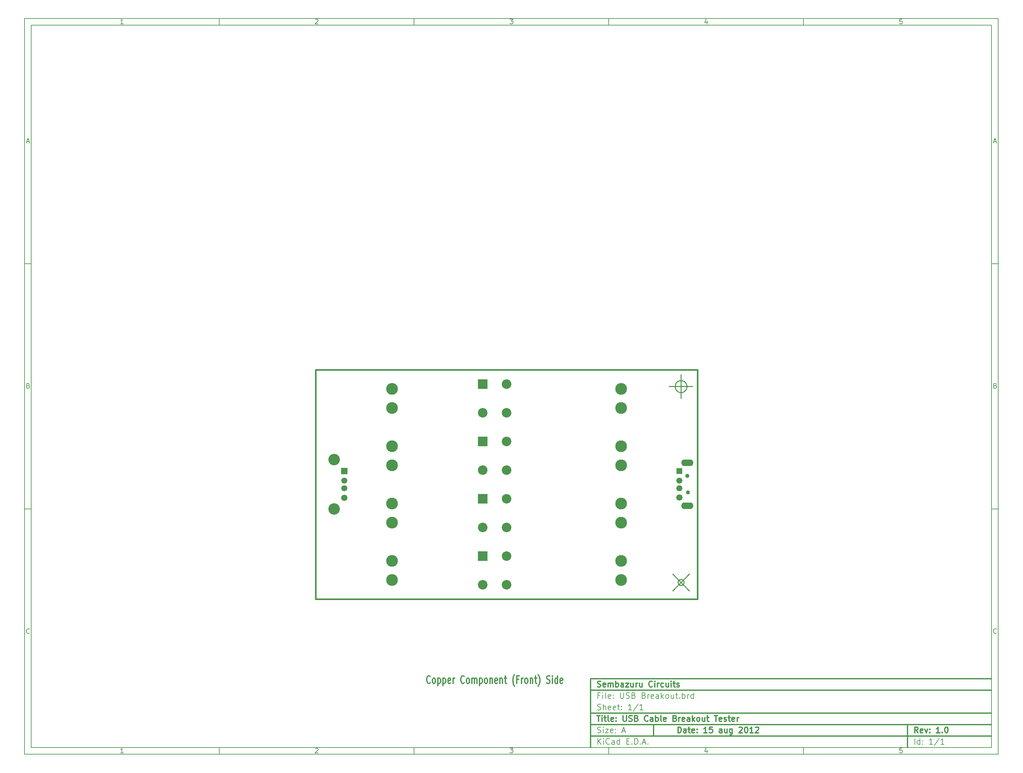
<source format=gtl>
G04 (created by PCBNEW-RS274X (2012-01-19 BZR 3256)-stable) date 15/08/2012 23:21:53*
G01*
G70*
G90*
%MOIN*%
G04 Gerber Fmt 3.4, Leading zero omitted, Abs format*
%FSLAX34Y34*%
G04 APERTURE LIST*
%ADD10C,0.006000*%
%ADD11C,0.012000*%
%ADD12C,0.010000*%
%ADD13C,0.015000*%
%ADD14R,0.100000X0.100000*%
%ADD15C,0.100000*%
%ADD16R,0.063200X0.063200*%
%ADD17O,0.066200X0.059100*%
%ADD18C,0.066200*%
%ADD19O,0.128400X0.069400*%
%ADD20C,0.043300*%
%ADD21R,0.066200X0.066200*%
%ADD22C,0.120600*%
%ADD23C,0.123000*%
G04 APERTURE END LIST*
G54D10*
X-30500Y36750D02*
X71500Y36750D01*
X71500Y-40250D01*
X-30500Y-40250D01*
X-30500Y36750D01*
X-29800Y36050D02*
X70800Y36050D01*
X70800Y-39550D01*
X-29800Y-39550D01*
X-29800Y36050D01*
X-10100Y36750D02*
X-10100Y36050D01*
X-20157Y36198D02*
X-20443Y36198D01*
X-20300Y36198D02*
X-20300Y36698D01*
X-20348Y36626D01*
X-20395Y36579D01*
X-20443Y36555D01*
X-10100Y-40250D02*
X-10100Y-39550D01*
X-20157Y-40102D02*
X-20443Y-40102D01*
X-20300Y-40102D02*
X-20300Y-39602D01*
X-20348Y-39674D01*
X-20395Y-39721D01*
X-20443Y-39745D01*
X10300Y36750D02*
X10300Y36050D01*
X-00043Y36650D02*
X-00019Y36674D01*
X00029Y36698D01*
X00148Y36698D01*
X00195Y36674D01*
X00219Y36650D01*
X00243Y36602D01*
X00243Y36555D01*
X00219Y36483D01*
X-00067Y36198D01*
X00243Y36198D01*
X10300Y-40250D02*
X10300Y-39550D01*
X-00043Y-39650D02*
X-00019Y-39626D01*
X00029Y-39602D01*
X00148Y-39602D01*
X00195Y-39626D01*
X00219Y-39650D01*
X00243Y-39698D01*
X00243Y-39745D01*
X00219Y-39817D01*
X-00067Y-40102D01*
X00243Y-40102D01*
X30700Y36750D02*
X30700Y36050D01*
X20333Y36698D02*
X20643Y36698D01*
X20476Y36507D01*
X20548Y36507D01*
X20595Y36483D01*
X20619Y36460D01*
X20643Y36412D01*
X20643Y36293D01*
X20619Y36245D01*
X20595Y36221D01*
X20548Y36198D01*
X20405Y36198D01*
X20357Y36221D01*
X20333Y36245D01*
X30700Y-40250D02*
X30700Y-39550D01*
X20333Y-39602D02*
X20643Y-39602D01*
X20476Y-39793D01*
X20548Y-39793D01*
X20595Y-39817D01*
X20619Y-39840D01*
X20643Y-39888D01*
X20643Y-40007D01*
X20619Y-40055D01*
X20595Y-40079D01*
X20548Y-40102D01*
X20405Y-40102D01*
X20357Y-40079D01*
X20333Y-40055D01*
X51100Y36750D02*
X51100Y36050D01*
X40995Y36531D02*
X40995Y36198D01*
X40876Y36721D02*
X40757Y36364D01*
X41067Y36364D01*
X51100Y-40250D02*
X51100Y-39550D01*
X40995Y-39769D02*
X40995Y-40102D01*
X40876Y-39579D02*
X40757Y-39936D01*
X41067Y-39936D01*
X61419Y36698D02*
X61181Y36698D01*
X61157Y36460D01*
X61181Y36483D01*
X61229Y36507D01*
X61348Y36507D01*
X61395Y36483D01*
X61419Y36460D01*
X61443Y36412D01*
X61443Y36293D01*
X61419Y36245D01*
X61395Y36221D01*
X61348Y36198D01*
X61229Y36198D01*
X61181Y36221D01*
X61157Y36245D01*
X61419Y-39602D02*
X61181Y-39602D01*
X61157Y-39840D01*
X61181Y-39817D01*
X61229Y-39793D01*
X61348Y-39793D01*
X61395Y-39817D01*
X61419Y-39840D01*
X61443Y-39888D01*
X61443Y-40007D01*
X61419Y-40055D01*
X61395Y-40079D01*
X61348Y-40102D01*
X61229Y-40102D01*
X61181Y-40079D01*
X61157Y-40055D01*
X-30500Y11090D02*
X-29800Y11090D01*
X-30269Y23860D02*
X-30031Y23860D01*
X-30316Y23718D02*
X-30150Y24218D01*
X-29983Y23718D01*
X71500Y11090D02*
X70800Y11090D01*
X71031Y23860D02*
X71269Y23860D01*
X70984Y23718D02*
X71150Y24218D01*
X71317Y23718D01*
X-30500Y-14570D02*
X-29800Y-14570D01*
X-30114Y-01680D02*
X-30043Y-01704D01*
X-30019Y-01728D01*
X-29995Y-01776D01*
X-29995Y-01847D01*
X-30019Y-01895D01*
X-30043Y-01919D01*
X-30090Y-01942D01*
X-30281Y-01942D01*
X-30281Y-01442D01*
X-30114Y-01442D01*
X-30067Y-01466D01*
X-30043Y-01490D01*
X-30019Y-01538D01*
X-30019Y-01585D01*
X-30043Y-01633D01*
X-30067Y-01657D01*
X-30114Y-01680D01*
X-30281Y-01680D01*
X71500Y-14570D02*
X70800Y-14570D01*
X71186Y-01680D02*
X71257Y-01704D01*
X71281Y-01728D01*
X71305Y-01776D01*
X71305Y-01847D01*
X71281Y-01895D01*
X71257Y-01919D01*
X71210Y-01942D01*
X71019Y-01942D01*
X71019Y-01442D01*
X71186Y-01442D01*
X71233Y-01466D01*
X71257Y-01490D01*
X71281Y-01538D01*
X71281Y-01585D01*
X71257Y-01633D01*
X71233Y-01657D01*
X71186Y-01680D01*
X71019Y-01680D01*
X-29995Y-27555D02*
X-30019Y-27579D01*
X-30090Y-27602D01*
X-30138Y-27602D01*
X-30210Y-27579D01*
X-30257Y-27531D01*
X-30281Y-27483D01*
X-30305Y-27388D01*
X-30305Y-27317D01*
X-30281Y-27221D01*
X-30257Y-27174D01*
X-30210Y-27126D01*
X-30138Y-27102D01*
X-30090Y-27102D01*
X-30019Y-27126D01*
X-29995Y-27150D01*
X71305Y-27555D02*
X71281Y-27579D01*
X71210Y-27602D01*
X71162Y-27602D01*
X71090Y-27579D01*
X71043Y-27531D01*
X71019Y-27483D01*
X70995Y-27388D01*
X70995Y-27317D01*
X71019Y-27221D01*
X71043Y-27174D01*
X71090Y-27126D01*
X71162Y-27102D01*
X71210Y-27102D01*
X71281Y-27126D01*
X71305Y-27150D01*
G54D11*
X37943Y-37993D02*
X37943Y-37393D01*
X38086Y-37393D01*
X38171Y-37421D01*
X38229Y-37479D01*
X38257Y-37536D01*
X38286Y-37650D01*
X38286Y-37736D01*
X38257Y-37850D01*
X38229Y-37907D01*
X38171Y-37964D01*
X38086Y-37993D01*
X37943Y-37993D01*
X38800Y-37993D02*
X38800Y-37679D01*
X38771Y-37621D01*
X38714Y-37593D01*
X38600Y-37593D01*
X38543Y-37621D01*
X38800Y-37964D02*
X38743Y-37993D01*
X38600Y-37993D01*
X38543Y-37964D01*
X38514Y-37907D01*
X38514Y-37850D01*
X38543Y-37793D01*
X38600Y-37764D01*
X38743Y-37764D01*
X38800Y-37736D01*
X39000Y-37593D02*
X39229Y-37593D01*
X39086Y-37393D02*
X39086Y-37907D01*
X39114Y-37964D01*
X39172Y-37993D01*
X39229Y-37993D01*
X39657Y-37964D02*
X39600Y-37993D01*
X39486Y-37993D01*
X39429Y-37964D01*
X39400Y-37907D01*
X39400Y-37679D01*
X39429Y-37621D01*
X39486Y-37593D01*
X39600Y-37593D01*
X39657Y-37621D01*
X39686Y-37679D01*
X39686Y-37736D01*
X39400Y-37793D01*
X39943Y-37936D02*
X39971Y-37964D01*
X39943Y-37993D01*
X39914Y-37964D01*
X39943Y-37936D01*
X39943Y-37993D01*
X39943Y-37621D02*
X39971Y-37650D01*
X39943Y-37679D01*
X39914Y-37650D01*
X39943Y-37621D01*
X39943Y-37679D01*
X41000Y-37993D02*
X40657Y-37993D01*
X40829Y-37993D02*
X40829Y-37393D01*
X40772Y-37479D01*
X40714Y-37536D01*
X40657Y-37564D01*
X41543Y-37393D02*
X41257Y-37393D01*
X41228Y-37679D01*
X41257Y-37650D01*
X41314Y-37621D01*
X41457Y-37621D01*
X41514Y-37650D01*
X41543Y-37679D01*
X41571Y-37736D01*
X41571Y-37879D01*
X41543Y-37936D01*
X41514Y-37964D01*
X41457Y-37993D01*
X41314Y-37993D01*
X41257Y-37964D01*
X41228Y-37936D01*
X42542Y-37993D02*
X42542Y-37679D01*
X42513Y-37621D01*
X42456Y-37593D01*
X42342Y-37593D01*
X42285Y-37621D01*
X42542Y-37964D02*
X42485Y-37993D01*
X42342Y-37993D01*
X42285Y-37964D01*
X42256Y-37907D01*
X42256Y-37850D01*
X42285Y-37793D01*
X42342Y-37764D01*
X42485Y-37764D01*
X42542Y-37736D01*
X43085Y-37593D02*
X43085Y-37993D01*
X42828Y-37593D02*
X42828Y-37907D01*
X42856Y-37964D01*
X42914Y-37993D01*
X42999Y-37993D01*
X43056Y-37964D01*
X43085Y-37936D01*
X43628Y-37593D02*
X43628Y-38079D01*
X43599Y-38136D01*
X43571Y-38164D01*
X43514Y-38193D01*
X43428Y-38193D01*
X43371Y-38164D01*
X43628Y-37964D02*
X43571Y-37993D01*
X43457Y-37993D01*
X43399Y-37964D01*
X43371Y-37936D01*
X43342Y-37879D01*
X43342Y-37707D01*
X43371Y-37650D01*
X43399Y-37621D01*
X43457Y-37593D01*
X43571Y-37593D01*
X43628Y-37621D01*
X44342Y-37450D02*
X44371Y-37421D01*
X44428Y-37393D01*
X44571Y-37393D01*
X44628Y-37421D01*
X44657Y-37450D01*
X44685Y-37507D01*
X44685Y-37564D01*
X44657Y-37650D01*
X44314Y-37993D01*
X44685Y-37993D01*
X45056Y-37393D02*
X45113Y-37393D01*
X45170Y-37421D01*
X45199Y-37450D01*
X45228Y-37507D01*
X45256Y-37621D01*
X45256Y-37764D01*
X45228Y-37879D01*
X45199Y-37936D01*
X45170Y-37964D01*
X45113Y-37993D01*
X45056Y-37993D01*
X44999Y-37964D01*
X44970Y-37936D01*
X44942Y-37879D01*
X44913Y-37764D01*
X44913Y-37621D01*
X44942Y-37507D01*
X44970Y-37450D01*
X44999Y-37421D01*
X45056Y-37393D01*
X45827Y-37993D02*
X45484Y-37993D01*
X45656Y-37993D02*
X45656Y-37393D01*
X45599Y-37479D01*
X45541Y-37536D01*
X45484Y-37564D01*
X46055Y-37450D02*
X46084Y-37421D01*
X46141Y-37393D01*
X46284Y-37393D01*
X46341Y-37421D01*
X46370Y-37450D01*
X46398Y-37507D01*
X46398Y-37564D01*
X46370Y-37650D01*
X46027Y-37993D01*
X46398Y-37993D01*
G54D10*
X29543Y-39193D02*
X29543Y-38593D01*
X29886Y-39193D02*
X29629Y-38850D01*
X29886Y-38593D02*
X29543Y-38936D01*
X30143Y-39193D02*
X30143Y-38793D01*
X30143Y-38593D02*
X30114Y-38621D01*
X30143Y-38650D01*
X30171Y-38621D01*
X30143Y-38593D01*
X30143Y-38650D01*
X30772Y-39136D02*
X30743Y-39164D01*
X30657Y-39193D01*
X30600Y-39193D01*
X30515Y-39164D01*
X30457Y-39107D01*
X30429Y-39050D01*
X30400Y-38936D01*
X30400Y-38850D01*
X30429Y-38736D01*
X30457Y-38679D01*
X30515Y-38621D01*
X30600Y-38593D01*
X30657Y-38593D01*
X30743Y-38621D01*
X30772Y-38650D01*
X31286Y-39193D02*
X31286Y-38879D01*
X31257Y-38821D01*
X31200Y-38793D01*
X31086Y-38793D01*
X31029Y-38821D01*
X31286Y-39164D02*
X31229Y-39193D01*
X31086Y-39193D01*
X31029Y-39164D01*
X31000Y-39107D01*
X31000Y-39050D01*
X31029Y-38993D01*
X31086Y-38964D01*
X31229Y-38964D01*
X31286Y-38936D01*
X31829Y-39193D02*
X31829Y-38593D01*
X31829Y-39164D02*
X31772Y-39193D01*
X31658Y-39193D01*
X31600Y-39164D01*
X31572Y-39136D01*
X31543Y-39079D01*
X31543Y-38907D01*
X31572Y-38850D01*
X31600Y-38821D01*
X31658Y-38793D01*
X31772Y-38793D01*
X31829Y-38821D01*
X32572Y-38879D02*
X32772Y-38879D01*
X32858Y-39193D02*
X32572Y-39193D01*
X32572Y-38593D01*
X32858Y-38593D01*
X33115Y-39136D02*
X33143Y-39164D01*
X33115Y-39193D01*
X33086Y-39164D01*
X33115Y-39136D01*
X33115Y-39193D01*
X33401Y-39193D02*
X33401Y-38593D01*
X33544Y-38593D01*
X33629Y-38621D01*
X33687Y-38679D01*
X33715Y-38736D01*
X33744Y-38850D01*
X33744Y-38936D01*
X33715Y-39050D01*
X33687Y-39107D01*
X33629Y-39164D01*
X33544Y-39193D01*
X33401Y-39193D01*
X34001Y-39136D02*
X34029Y-39164D01*
X34001Y-39193D01*
X33972Y-39164D01*
X34001Y-39136D01*
X34001Y-39193D01*
X34258Y-39021D02*
X34544Y-39021D01*
X34201Y-39193D02*
X34401Y-38593D01*
X34601Y-39193D01*
X34801Y-39136D02*
X34829Y-39164D01*
X34801Y-39193D01*
X34772Y-39164D01*
X34801Y-39136D01*
X34801Y-39193D01*
G54D11*
X63086Y-37993D02*
X62886Y-37707D01*
X62743Y-37993D02*
X62743Y-37393D01*
X62971Y-37393D01*
X63029Y-37421D01*
X63057Y-37450D01*
X63086Y-37507D01*
X63086Y-37593D01*
X63057Y-37650D01*
X63029Y-37679D01*
X62971Y-37707D01*
X62743Y-37707D01*
X63571Y-37964D02*
X63514Y-37993D01*
X63400Y-37993D01*
X63343Y-37964D01*
X63314Y-37907D01*
X63314Y-37679D01*
X63343Y-37621D01*
X63400Y-37593D01*
X63514Y-37593D01*
X63571Y-37621D01*
X63600Y-37679D01*
X63600Y-37736D01*
X63314Y-37793D01*
X63800Y-37593D02*
X63943Y-37993D01*
X64085Y-37593D01*
X64314Y-37936D02*
X64342Y-37964D01*
X64314Y-37993D01*
X64285Y-37964D01*
X64314Y-37936D01*
X64314Y-37993D01*
X64314Y-37621D02*
X64342Y-37650D01*
X64314Y-37679D01*
X64285Y-37650D01*
X64314Y-37621D01*
X64314Y-37679D01*
X65371Y-37993D02*
X65028Y-37993D01*
X65200Y-37993D02*
X65200Y-37393D01*
X65143Y-37479D01*
X65085Y-37536D01*
X65028Y-37564D01*
X65628Y-37936D02*
X65656Y-37964D01*
X65628Y-37993D01*
X65599Y-37964D01*
X65628Y-37936D01*
X65628Y-37993D01*
X66028Y-37393D02*
X66085Y-37393D01*
X66142Y-37421D01*
X66171Y-37450D01*
X66200Y-37507D01*
X66228Y-37621D01*
X66228Y-37764D01*
X66200Y-37879D01*
X66171Y-37936D01*
X66142Y-37964D01*
X66085Y-37993D01*
X66028Y-37993D01*
X65971Y-37964D01*
X65942Y-37936D01*
X65914Y-37879D01*
X65885Y-37764D01*
X65885Y-37621D01*
X65914Y-37507D01*
X65942Y-37450D01*
X65971Y-37421D01*
X66028Y-37393D01*
G54D10*
X29514Y-37964D02*
X29600Y-37993D01*
X29743Y-37993D01*
X29800Y-37964D01*
X29829Y-37936D01*
X29857Y-37879D01*
X29857Y-37821D01*
X29829Y-37764D01*
X29800Y-37736D01*
X29743Y-37707D01*
X29629Y-37679D01*
X29571Y-37650D01*
X29543Y-37621D01*
X29514Y-37564D01*
X29514Y-37507D01*
X29543Y-37450D01*
X29571Y-37421D01*
X29629Y-37393D01*
X29771Y-37393D01*
X29857Y-37421D01*
X30114Y-37993D02*
X30114Y-37593D01*
X30114Y-37393D02*
X30085Y-37421D01*
X30114Y-37450D01*
X30142Y-37421D01*
X30114Y-37393D01*
X30114Y-37450D01*
X30343Y-37593D02*
X30657Y-37593D01*
X30343Y-37993D01*
X30657Y-37993D01*
X31114Y-37964D02*
X31057Y-37993D01*
X30943Y-37993D01*
X30886Y-37964D01*
X30857Y-37907D01*
X30857Y-37679D01*
X30886Y-37621D01*
X30943Y-37593D01*
X31057Y-37593D01*
X31114Y-37621D01*
X31143Y-37679D01*
X31143Y-37736D01*
X30857Y-37793D01*
X31400Y-37936D02*
X31428Y-37964D01*
X31400Y-37993D01*
X31371Y-37964D01*
X31400Y-37936D01*
X31400Y-37993D01*
X31400Y-37621D02*
X31428Y-37650D01*
X31400Y-37679D01*
X31371Y-37650D01*
X31400Y-37621D01*
X31400Y-37679D01*
X32114Y-37821D02*
X32400Y-37821D01*
X32057Y-37993D02*
X32257Y-37393D01*
X32457Y-37993D01*
X62743Y-39193D02*
X62743Y-38593D01*
X63286Y-39193D02*
X63286Y-38593D01*
X63286Y-39164D02*
X63229Y-39193D01*
X63115Y-39193D01*
X63057Y-39164D01*
X63029Y-39136D01*
X63000Y-39079D01*
X63000Y-38907D01*
X63029Y-38850D01*
X63057Y-38821D01*
X63115Y-38793D01*
X63229Y-38793D01*
X63286Y-38821D01*
X63572Y-39136D02*
X63600Y-39164D01*
X63572Y-39193D01*
X63543Y-39164D01*
X63572Y-39136D01*
X63572Y-39193D01*
X63572Y-38821D02*
X63600Y-38850D01*
X63572Y-38879D01*
X63543Y-38850D01*
X63572Y-38821D01*
X63572Y-38879D01*
X64629Y-39193D02*
X64286Y-39193D01*
X64458Y-39193D02*
X64458Y-38593D01*
X64401Y-38679D01*
X64343Y-38736D01*
X64286Y-38764D01*
X65314Y-38564D02*
X64800Y-39336D01*
X65829Y-39193D02*
X65486Y-39193D01*
X65658Y-39193D02*
X65658Y-38593D01*
X65601Y-38679D01*
X65543Y-38736D01*
X65486Y-38764D01*
G54D11*
X29457Y-36193D02*
X29800Y-36193D01*
X29629Y-36793D02*
X29629Y-36193D01*
X30000Y-36793D02*
X30000Y-36393D01*
X30000Y-36193D02*
X29971Y-36221D01*
X30000Y-36250D01*
X30028Y-36221D01*
X30000Y-36193D01*
X30000Y-36250D01*
X30200Y-36393D02*
X30429Y-36393D01*
X30286Y-36193D02*
X30286Y-36707D01*
X30314Y-36764D01*
X30372Y-36793D01*
X30429Y-36793D01*
X30715Y-36793D02*
X30657Y-36764D01*
X30629Y-36707D01*
X30629Y-36193D01*
X31171Y-36764D02*
X31114Y-36793D01*
X31000Y-36793D01*
X30943Y-36764D01*
X30914Y-36707D01*
X30914Y-36479D01*
X30943Y-36421D01*
X31000Y-36393D01*
X31114Y-36393D01*
X31171Y-36421D01*
X31200Y-36479D01*
X31200Y-36536D01*
X30914Y-36593D01*
X31457Y-36736D02*
X31485Y-36764D01*
X31457Y-36793D01*
X31428Y-36764D01*
X31457Y-36736D01*
X31457Y-36793D01*
X31457Y-36421D02*
X31485Y-36450D01*
X31457Y-36479D01*
X31428Y-36450D01*
X31457Y-36421D01*
X31457Y-36479D01*
X32200Y-36193D02*
X32200Y-36679D01*
X32228Y-36736D01*
X32257Y-36764D01*
X32314Y-36793D01*
X32428Y-36793D01*
X32486Y-36764D01*
X32514Y-36736D01*
X32543Y-36679D01*
X32543Y-36193D01*
X32800Y-36764D02*
X32886Y-36793D01*
X33029Y-36793D01*
X33086Y-36764D01*
X33115Y-36736D01*
X33143Y-36679D01*
X33143Y-36621D01*
X33115Y-36564D01*
X33086Y-36536D01*
X33029Y-36507D01*
X32915Y-36479D01*
X32857Y-36450D01*
X32829Y-36421D01*
X32800Y-36364D01*
X32800Y-36307D01*
X32829Y-36250D01*
X32857Y-36221D01*
X32915Y-36193D01*
X33057Y-36193D01*
X33143Y-36221D01*
X33600Y-36479D02*
X33686Y-36507D01*
X33714Y-36536D01*
X33743Y-36593D01*
X33743Y-36679D01*
X33714Y-36736D01*
X33686Y-36764D01*
X33628Y-36793D01*
X33400Y-36793D01*
X33400Y-36193D01*
X33600Y-36193D01*
X33657Y-36221D01*
X33686Y-36250D01*
X33714Y-36307D01*
X33714Y-36364D01*
X33686Y-36421D01*
X33657Y-36450D01*
X33600Y-36479D01*
X33400Y-36479D01*
X34800Y-36736D02*
X34771Y-36764D01*
X34685Y-36793D01*
X34628Y-36793D01*
X34543Y-36764D01*
X34485Y-36707D01*
X34457Y-36650D01*
X34428Y-36536D01*
X34428Y-36450D01*
X34457Y-36336D01*
X34485Y-36279D01*
X34543Y-36221D01*
X34628Y-36193D01*
X34685Y-36193D01*
X34771Y-36221D01*
X34800Y-36250D01*
X35314Y-36793D02*
X35314Y-36479D01*
X35285Y-36421D01*
X35228Y-36393D01*
X35114Y-36393D01*
X35057Y-36421D01*
X35314Y-36764D02*
X35257Y-36793D01*
X35114Y-36793D01*
X35057Y-36764D01*
X35028Y-36707D01*
X35028Y-36650D01*
X35057Y-36593D01*
X35114Y-36564D01*
X35257Y-36564D01*
X35314Y-36536D01*
X35600Y-36793D02*
X35600Y-36193D01*
X35600Y-36421D02*
X35657Y-36393D01*
X35771Y-36393D01*
X35828Y-36421D01*
X35857Y-36450D01*
X35886Y-36507D01*
X35886Y-36679D01*
X35857Y-36736D01*
X35828Y-36764D01*
X35771Y-36793D01*
X35657Y-36793D01*
X35600Y-36764D01*
X36229Y-36793D02*
X36171Y-36764D01*
X36143Y-36707D01*
X36143Y-36193D01*
X36685Y-36764D02*
X36628Y-36793D01*
X36514Y-36793D01*
X36457Y-36764D01*
X36428Y-36707D01*
X36428Y-36479D01*
X36457Y-36421D01*
X36514Y-36393D01*
X36628Y-36393D01*
X36685Y-36421D01*
X36714Y-36479D01*
X36714Y-36536D01*
X36428Y-36593D01*
X37628Y-36479D02*
X37714Y-36507D01*
X37742Y-36536D01*
X37771Y-36593D01*
X37771Y-36679D01*
X37742Y-36736D01*
X37714Y-36764D01*
X37656Y-36793D01*
X37428Y-36793D01*
X37428Y-36193D01*
X37628Y-36193D01*
X37685Y-36221D01*
X37714Y-36250D01*
X37742Y-36307D01*
X37742Y-36364D01*
X37714Y-36421D01*
X37685Y-36450D01*
X37628Y-36479D01*
X37428Y-36479D01*
X38028Y-36793D02*
X38028Y-36393D01*
X38028Y-36507D02*
X38056Y-36450D01*
X38085Y-36421D01*
X38142Y-36393D01*
X38199Y-36393D01*
X38627Y-36764D02*
X38570Y-36793D01*
X38456Y-36793D01*
X38399Y-36764D01*
X38370Y-36707D01*
X38370Y-36479D01*
X38399Y-36421D01*
X38456Y-36393D01*
X38570Y-36393D01*
X38627Y-36421D01*
X38656Y-36479D01*
X38656Y-36536D01*
X38370Y-36593D01*
X39170Y-36793D02*
X39170Y-36479D01*
X39141Y-36421D01*
X39084Y-36393D01*
X38970Y-36393D01*
X38913Y-36421D01*
X39170Y-36764D02*
X39113Y-36793D01*
X38970Y-36793D01*
X38913Y-36764D01*
X38884Y-36707D01*
X38884Y-36650D01*
X38913Y-36593D01*
X38970Y-36564D01*
X39113Y-36564D01*
X39170Y-36536D01*
X39456Y-36793D02*
X39456Y-36193D01*
X39513Y-36564D02*
X39684Y-36793D01*
X39684Y-36393D02*
X39456Y-36621D01*
X40028Y-36793D02*
X39970Y-36764D01*
X39942Y-36736D01*
X39913Y-36679D01*
X39913Y-36507D01*
X39942Y-36450D01*
X39970Y-36421D01*
X40028Y-36393D01*
X40113Y-36393D01*
X40170Y-36421D01*
X40199Y-36450D01*
X40228Y-36507D01*
X40228Y-36679D01*
X40199Y-36736D01*
X40170Y-36764D01*
X40113Y-36793D01*
X40028Y-36793D01*
X40742Y-36393D02*
X40742Y-36793D01*
X40485Y-36393D02*
X40485Y-36707D01*
X40513Y-36764D01*
X40571Y-36793D01*
X40656Y-36793D01*
X40713Y-36764D01*
X40742Y-36736D01*
X40942Y-36393D02*
X41171Y-36393D01*
X41028Y-36193D02*
X41028Y-36707D01*
X41056Y-36764D01*
X41114Y-36793D01*
X41171Y-36793D01*
X41742Y-36193D02*
X42085Y-36193D01*
X41914Y-36793D02*
X41914Y-36193D01*
X42513Y-36764D02*
X42456Y-36793D01*
X42342Y-36793D01*
X42285Y-36764D01*
X42256Y-36707D01*
X42256Y-36479D01*
X42285Y-36421D01*
X42342Y-36393D01*
X42456Y-36393D01*
X42513Y-36421D01*
X42542Y-36479D01*
X42542Y-36536D01*
X42256Y-36593D01*
X42770Y-36764D02*
X42827Y-36793D01*
X42942Y-36793D01*
X42999Y-36764D01*
X43027Y-36707D01*
X43027Y-36679D01*
X42999Y-36621D01*
X42942Y-36593D01*
X42856Y-36593D01*
X42799Y-36564D01*
X42770Y-36507D01*
X42770Y-36479D01*
X42799Y-36421D01*
X42856Y-36393D01*
X42942Y-36393D01*
X42999Y-36421D01*
X43199Y-36393D02*
X43428Y-36393D01*
X43285Y-36193D02*
X43285Y-36707D01*
X43313Y-36764D01*
X43371Y-36793D01*
X43428Y-36793D01*
X43856Y-36764D02*
X43799Y-36793D01*
X43685Y-36793D01*
X43628Y-36764D01*
X43599Y-36707D01*
X43599Y-36479D01*
X43628Y-36421D01*
X43685Y-36393D01*
X43799Y-36393D01*
X43856Y-36421D01*
X43885Y-36479D01*
X43885Y-36536D01*
X43599Y-36593D01*
X44142Y-36793D02*
X44142Y-36393D01*
X44142Y-36507D02*
X44170Y-36450D01*
X44199Y-36421D01*
X44256Y-36393D01*
X44313Y-36393D01*
G54D10*
X29743Y-34079D02*
X29543Y-34079D01*
X29543Y-34393D02*
X29543Y-33793D01*
X29829Y-33793D01*
X30057Y-34393D02*
X30057Y-33993D01*
X30057Y-33793D02*
X30028Y-33821D01*
X30057Y-33850D01*
X30085Y-33821D01*
X30057Y-33793D01*
X30057Y-33850D01*
X30429Y-34393D02*
X30371Y-34364D01*
X30343Y-34307D01*
X30343Y-33793D01*
X30885Y-34364D02*
X30828Y-34393D01*
X30714Y-34393D01*
X30657Y-34364D01*
X30628Y-34307D01*
X30628Y-34079D01*
X30657Y-34021D01*
X30714Y-33993D01*
X30828Y-33993D01*
X30885Y-34021D01*
X30914Y-34079D01*
X30914Y-34136D01*
X30628Y-34193D01*
X31171Y-34336D02*
X31199Y-34364D01*
X31171Y-34393D01*
X31142Y-34364D01*
X31171Y-34336D01*
X31171Y-34393D01*
X31171Y-34021D02*
X31199Y-34050D01*
X31171Y-34079D01*
X31142Y-34050D01*
X31171Y-34021D01*
X31171Y-34079D01*
X31914Y-33793D02*
X31914Y-34279D01*
X31942Y-34336D01*
X31971Y-34364D01*
X32028Y-34393D01*
X32142Y-34393D01*
X32200Y-34364D01*
X32228Y-34336D01*
X32257Y-34279D01*
X32257Y-33793D01*
X32514Y-34364D02*
X32600Y-34393D01*
X32743Y-34393D01*
X32800Y-34364D01*
X32829Y-34336D01*
X32857Y-34279D01*
X32857Y-34221D01*
X32829Y-34164D01*
X32800Y-34136D01*
X32743Y-34107D01*
X32629Y-34079D01*
X32571Y-34050D01*
X32543Y-34021D01*
X32514Y-33964D01*
X32514Y-33907D01*
X32543Y-33850D01*
X32571Y-33821D01*
X32629Y-33793D01*
X32771Y-33793D01*
X32857Y-33821D01*
X33314Y-34079D02*
X33400Y-34107D01*
X33428Y-34136D01*
X33457Y-34193D01*
X33457Y-34279D01*
X33428Y-34336D01*
X33400Y-34364D01*
X33342Y-34393D01*
X33114Y-34393D01*
X33114Y-33793D01*
X33314Y-33793D01*
X33371Y-33821D01*
X33400Y-33850D01*
X33428Y-33907D01*
X33428Y-33964D01*
X33400Y-34021D01*
X33371Y-34050D01*
X33314Y-34079D01*
X33114Y-34079D01*
X34371Y-34079D02*
X34457Y-34107D01*
X34485Y-34136D01*
X34514Y-34193D01*
X34514Y-34279D01*
X34485Y-34336D01*
X34457Y-34364D01*
X34399Y-34393D01*
X34171Y-34393D01*
X34171Y-33793D01*
X34371Y-33793D01*
X34428Y-33821D01*
X34457Y-33850D01*
X34485Y-33907D01*
X34485Y-33964D01*
X34457Y-34021D01*
X34428Y-34050D01*
X34371Y-34079D01*
X34171Y-34079D01*
X34771Y-34393D02*
X34771Y-33993D01*
X34771Y-34107D02*
X34799Y-34050D01*
X34828Y-34021D01*
X34885Y-33993D01*
X34942Y-33993D01*
X35370Y-34364D02*
X35313Y-34393D01*
X35199Y-34393D01*
X35142Y-34364D01*
X35113Y-34307D01*
X35113Y-34079D01*
X35142Y-34021D01*
X35199Y-33993D01*
X35313Y-33993D01*
X35370Y-34021D01*
X35399Y-34079D01*
X35399Y-34136D01*
X35113Y-34193D01*
X35913Y-34393D02*
X35913Y-34079D01*
X35884Y-34021D01*
X35827Y-33993D01*
X35713Y-33993D01*
X35656Y-34021D01*
X35913Y-34364D02*
X35856Y-34393D01*
X35713Y-34393D01*
X35656Y-34364D01*
X35627Y-34307D01*
X35627Y-34250D01*
X35656Y-34193D01*
X35713Y-34164D01*
X35856Y-34164D01*
X35913Y-34136D01*
X36199Y-34393D02*
X36199Y-33793D01*
X36256Y-34164D02*
X36427Y-34393D01*
X36427Y-33993D02*
X36199Y-34221D01*
X36771Y-34393D02*
X36713Y-34364D01*
X36685Y-34336D01*
X36656Y-34279D01*
X36656Y-34107D01*
X36685Y-34050D01*
X36713Y-34021D01*
X36771Y-33993D01*
X36856Y-33993D01*
X36913Y-34021D01*
X36942Y-34050D01*
X36971Y-34107D01*
X36971Y-34279D01*
X36942Y-34336D01*
X36913Y-34364D01*
X36856Y-34393D01*
X36771Y-34393D01*
X37485Y-33993D02*
X37485Y-34393D01*
X37228Y-33993D02*
X37228Y-34307D01*
X37256Y-34364D01*
X37314Y-34393D01*
X37399Y-34393D01*
X37456Y-34364D01*
X37485Y-34336D01*
X37685Y-33993D02*
X37914Y-33993D01*
X37771Y-33793D02*
X37771Y-34307D01*
X37799Y-34364D01*
X37857Y-34393D01*
X37914Y-34393D01*
X38114Y-34336D02*
X38142Y-34364D01*
X38114Y-34393D01*
X38085Y-34364D01*
X38114Y-34336D01*
X38114Y-34393D01*
X38400Y-34393D02*
X38400Y-33793D01*
X38400Y-34021D02*
X38457Y-33993D01*
X38571Y-33993D01*
X38628Y-34021D01*
X38657Y-34050D01*
X38686Y-34107D01*
X38686Y-34279D01*
X38657Y-34336D01*
X38628Y-34364D01*
X38571Y-34393D01*
X38457Y-34393D01*
X38400Y-34364D01*
X38943Y-34393D02*
X38943Y-33993D01*
X38943Y-34107D02*
X38971Y-34050D01*
X39000Y-34021D01*
X39057Y-33993D01*
X39114Y-33993D01*
X39571Y-34393D02*
X39571Y-33793D01*
X39571Y-34364D02*
X39514Y-34393D01*
X39400Y-34393D01*
X39342Y-34364D01*
X39314Y-34336D01*
X39285Y-34279D01*
X39285Y-34107D01*
X39314Y-34050D01*
X39342Y-34021D01*
X39400Y-33993D01*
X39514Y-33993D01*
X39571Y-34021D01*
X29514Y-35564D02*
X29600Y-35593D01*
X29743Y-35593D01*
X29800Y-35564D01*
X29829Y-35536D01*
X29857Y-35479D01*
X29857Y-35421D01*
X29829Y-35364D01*
X29800Y-35336D01*
X29743Y-35307D01*
X29629Y-35279D01*
X29571Y-35250D01*
X29543Y-35221D01*
X29514Y-35164D01*
X29514Y-35107D01*
X29543Y-35050D01*
X29571Y-35021D01*
X29629Y-34993D01*
X29771Y-34993D01*
X29857Y-35021D01*
X30114Y-35593D02*
X30114Y-34993D01*
X30371Y-35593D02*
X30371Y-35279D01*
X30342Y-35221D01*
X30285Y-35193D01*
X30200Y-35193D01*
X30142Y-35221D01*
X30114Y-35250D01*
X30885Y-35564D02*
X30828Y-35593D01*
X30714Y-35593D01*
X30657Y-35564D01*
X30628Y-35507D01*
X30628Y-35279D01*
X30657Y-35221D01*
X30714Y-35193D01*
X30828Y-35193D01*
X30885Y-35221D01*
X30914Y-35279D01*
X30914Y-35336D01*
X30628Y-35393D01*
X31399Y-35564D02*
X31342Y-35593D01*
X31228Y-35593D01*
X31171Y-35564D01*
X31142Y-35507D01*
X31142Y-35279D01*
X31171Y-35221D01*
X31228Y-35193D01*
X31342Y-35193D01*
X31399Y-35221D01*
X31428Y-35279D01*
X31428Y-35336D01*
X31142Y-35393D01*
X31599Y-35193D02*
X31828Y-35193D01*
X31685Y-34993D02*
X31685Y-35507D01*
X31713Y-35564D01*
X31771Y-35593D01*
X31828Y-35593D01*
X32028Y-35536D02*
X32056Y-35564D01*
X32028Y-35593D01*
X31999Y-35564D01*
X32028Y-35536D01*
X32028Y-35593D01*
X32028Y-35221D02*
X32056Y-35250D01*
X32028Y-35279D01*
X31999Y-35250D01*
X32028Y-35221D01*
X32028Y-35279D01*
X33085Y-35593D02*
X32742Y-35593D01*
X32914Y-35593D02*
X32914Y-34993D01*
X32857Y-35079D01*
X32799Y-35136D01*
X32742Y-35164D01*
X33770Y-34964D02*
X33256Y-35736D01*
X34285Y-35593D02*
X33942Y-35593D01*
X34114Y-35593D02*
X34114Y-34993D01*
X34057Y-35079D01*
X33999Y-35136D01*
X33942Y-35164D01*
G54D11*
X29514Y-33164D02*
X29600Y-33193D01*
X29743Y-33193D01*
X29800Y-33164D01*
X29829Y-33136D01*
X29857Y-33079D01*
X29857Y-33021D01*
X29829Y-32964D01*
X29800Y-32936D01*
X29743Y-32907D01*
X29629Y-32879D01*
X29571Y-32850D01*
X29543Y-32821D01*
X29514Y-32764D01*
X29514Y-32707D01*
X29543Y-32650D01*
X29571Y-32621D01*
X29629Y-32593D01*
X29771Y-32593D01*
X29857Y-32621D01*
X30342Y-33164D02*
X30285Y-33193D01*
X30171Y-33193D01*
X30114Y-33164D01*
X30085Y-33107D01*
X30085Y-32879D01*
X30114Y-32821D01*
X30171Y-32793D01*
X30285Y-32793D01*
X30342Y-32821D01*
X30371Y-32879D01*
X30371Y-32936D01*
X30085Y-32993D01*
X30628Y-33193D02*
X30628Y-32793D01*
X30628Y-32850D02*
X30656Y-32821D01*
X30714Y-32793D01*
X30799Y-32793D01*
X30856Y-32821D01*
X30885Y-32879D01*
X30885Y-33193D01*
X30885Y-32879D02*
X30914Y-32821D01*
X30971Y-32793D01*
X31056Y-32793D01*
X31114Y-32821D01*
X31142Y-32879D01*
X31142Y-33193D01*
X31428Y-33193D02*
X31428Y-32593D01*
X31428Y-32821D02*
X31485Y-32793D01*
X31599Y-32793D01*
X31656Y-32821D01*
X31685Y-32850D01*
X31714Y-32907D01*
X31714Y-33079D01*
X31685Y-33136D01*
X31656Y-33164D01*
X31599Y-33193D01*
X31485Y-33193D01*
X31428Y-33164D01*
X32228Y-33193D02*
X32228Y-32879D01*
X32199Y-32821D01*
X32142Y-32793D01*
X32028Y-32793D01*
X31971Y-32821D01*
X32228Y-33164D02*
X32171Y-33193D01*
X32028Y-33193D01*
X31971Y-33164D01*
X31942Y-33107D01*
X31942Y-33050D01*
X31971Y-32993D01*
X32028Y-32964D01*
X32171Y-32964D01*
X32228Y-32936D01*
X32457Y-32793D02*
X32771Y-32793D01*
X32457Y-33193D01*
X32771Y-33193D01*
X33257Y-32793D02*
X33257Y-33193D01*
X33000Y-32793D02*
X33000Y-33107D01*
X33028Y-33164D01*
X33086Y-33193D01*
X33171Y-33193D01*
X33228Y-33164D01*
X33257Y-33136D01*
X33543Y-33193D02*
X33543Y-32793D01*
X33543Y-32907D02*
X33571Y-32850D01*
X33600Y-32821D01*
X33657Y-32793D01*
X33714Y-32793D01*
X34171Y-32793D02*
X34171Y-33193D01*
X33914Y-32793D02*
X33914Y-33107D01*
X33942Y-33164D01*
X34000Y-33193D01*
X34085Y-33193D01*
X34142Y-33164D01*
X34171Y-33136D01*
X35257Y-33136D02*
X35228Y-33164D01*
X35142Y-33193D01*
X35085Y-33193D01*
X35000Y-33164D01*
X34942Y-33107D01*
X34914Y-33050D01*
X34885Y-32936D01*
X34885Y-32850D01*
X34914Y-32736D01*
X34942Y-32679D01*
X35000Y-32621D01*
X35085Y-32593D01*
X35142Y-32593D01*
X35228Y-32621D01*
X35257Y-32650D01*
X35514Y-33193D02*
X35514Y-32793D01*
X35514Y-32593D02*
X35485Y-32621D01*
X35514Y-32650D01*
X35542Y-32621D01*
X35514Y-32593D01*
X35514Y-32650D01*
X35800Y-33193D02*
X35800Y-32793D01*
X35800Y-32907D02*
X35828Y-32850D01*
X35857Y-32821D01*
X35914Y-32793D01*
X35971Y-32793D01*
X36428Y-33164D02*
X36371Y-33193D01*
X36257Y-33193D01*
X36199Y-33164D01*
X36171Y-33136D01*
X36142Y-33079D01*
X36142Y-32907D01*
X36171Y-32850D01*
X36199Y-32821D01*
X36257Y-32793D01*
X36371Y-32793D01*
X36428Y-32821D01*
X36942Y-32793D02*
X36942Y-33193D01*
X36685Y-32793D02*
X36685Y-33107D01*
X36713Y-33164D01*
X36771Y-33193D01*
X36856Y-33193D01*
X36913Y-33164D01*
X36942Y-33136D01*
X37228Y-33193D02*
X37228Y-32793D01*
X37228Y-32593D02*
X37199Y-32621D01*
X37228Y-32650D01*
X37256Y-32621D01*
X37228Y-32593D01*
X37228Y-32650D01*
X37428Y-32793D02*
X37657Y-32793D01*
X37514Y-32593D02*
X37514Y-33107D01*
X37542Y-33164D01*
X37600Y-33193D01*
X37657Y-33193D01*
X37828Y-33164D02*
X37885Y-33193D01*
X38000Y-33193D01*
X38057Y-33164D01*
X38085Y-33107D01*
X38085Y-33079D01*
X38057Y-33021D01*
X38000Y-32993D01*
X37914Y-32993D01*
X37857Y-32964D01*
X37828Y-32907D01*
X37828Y-32879D01*
X37857Y-32821D01*
X37914Y-32793D01*
X38000Y-32793D01*
X38057Y-32821D01*
X28800Y-32350D02*
X28800Y-39550D01*
X28800Y-33550D02*
X70800Y-33550D01*
X28800Y-32350D02*
X70800Y-32350D01*
X28800Y-35950D02*
X70800Y-35950D01*
X62000Y-37150D02*
X62000Y-39550D01*
X28800Y-38350D02*
X70800Y-38350D01*
X28800Y-37150D02*
X70800Y-37150D01*
X35400Y-37150D02*
X35400Y-38350D01*
X11986Y-32748D02*
X11957Y-32786D01*
X11871Y-32824D01*
X11814Y-32824D01*
X11729Y-32786D01*
X11671Y-32710D01*
X11643Y-32633D01*
X11614Y-32481D01*
X11614Y-32367D01*
X11643Y-32214D01*
X11671Y-32138D01*
X11729Y-32062D01*
X11814Y-32024D01*
X11871Y-32024D01*
X11957Y-32062D01*
X11986Y-32100D01*
X12329Y-32824D02*
X12271Y-32786D01*
X12243Y-32748D01*
X12214Y-32671D01*
X12214Y-32443D01*
X12243Y-32367D01*
X12271Y-32329D01*
X12329Y-32290D01*
X12414Y-32290D01*
X12471Y-32329D01*
X12500Y-32367D01*
X12529Y-32443D01*
X12529Y-32671D01*
X12500Y-32748D01*
X12471Y-32786D01*
X12414Y-32824D01*
X12329Y-32824D01*
X12786Y-32290D02*
X12786Y-33090D01*
X12786Y-32329D02*
X12843Y-32290D01*
X12957Y-32290D01*
X13014Y-32329D01*
X13043Y-32367D01*
X13072Y-32443D01*
X13072Y-32671D01*
X13043Y-32748D01*
X13014Y-32786D01*
X12957Y-32824D01*
X12843Y-32824D01*
X12786Y-32786D01*
X13329Y-32290D02*
X13329Y-33090D01*
X13329Y-32329D02*
X13386Y-32290D01*
X13500Y-32290D01*
X13557Y-32329D01*
X13586Y-32367D01*
X13615Y-32443D01*
X13615Y-32671D01*
X13586Y-32748D01*
X13557Y-32786D01*
X13500Y-32824D01*
X13386Y-32824D01*
X13329Y-32786D01*
X14100Y-32786D02*
X14043Y-32824D01*
X13929Y-32824D01*
X13872Y-32786D01*
X13843Y-32710D01*
X13843Y-32405D01*
X13872Y-32329D01*
X13929Y-32290D01*
X14043Y-32290D01*
X14100Y-32329D01*
X14129Y-32405D01*
X14129Y-32481D01*
X13843Y-32557D01*
X14386Y-32824D02*
X14386Y-32290D01*
X14386Y-32443D02*
X14414Y-32367D01*
X14443Y-32329D01*
X14500Y-32290D01*
X14557Y-32290D01*
X15557Y-32748D02*
X15528Y-32786D01*
X15442Y-32824D01*
X15385Y-32824D01*
X15300Y-32786D01*
X15242Y-32710D01*
X15214Y-32633D01*
X15185Y-32481D01*
X15185Y-32367D01*
X15214Y-32214D01*
X15242Y-32138D01*
X15300Y-32062D01*
X15385Y-32024D01*
X15442Y-32024D01*
X15528Y-32062D01*
X15557Y-32100D01*
X15900Y-32824D02*
X15842Y-32786D01*
X15814Y-32748D01*
X15785Y-32671D01*
X15785Y-32443D01*
X15814Y-32367D01*
X15842Y-32329D01*
X15900Y-32290D01*
X15985Y-32290D01*
X16042Y-32329D01*
X16071Y-32367D01*
X16100Y-32443D01*
X16100Y-32671D01*
X16071Y-32748D01*
X16042Y-32786D01*
X15985Y-32824D01*
X15900Y-32824D01*
X16357Y-32824D02*
X16357Y-32290D01*
X16357Y-32367D02*
X16385Y-32329D01*
X16443Y-32290D01*
X16528Y-32290D01*
X16585Y-32329D01*
X16614Y-32405D01*
X16614Y-32824D01*
X16614Y-32405D02*
X16643Y-32329D01*
X16700Y-32290D01*
X16785Y-32290D01*
X16843Y-32329D01*
X16871Y-32405D01*
X16871Y-32824D01*
X17157Y-32290D02*
X17157Y-33090D01*
X17157Y-32329D02*
X17214Y-32290D01*
X17328Y-32290D01*
X17385Y-32329D01*
X17414Y-32367D01*
X17443Y-32443D01*
X17443Y-32671D01*
X17414Y-32748D01*
X17385Y-32786D01*
X17328Y-32824D01*
X17214Y-32824D01*
X17157Y-32786D01*
X17786Y-32824D02*
X17728Y-32786D01*
X17700Y-32748D01*
X17671Y-32671D01*
X17671Y-32443D01*
X17700Y-32367D01*
X17728Y-32329D01*
X17786Y-32290D01*
X17871Y-32290D01*
X17928Y-32329D01*
X17957Y-32367D01*
X17986Y-32443D01*
X17986Y-32671D01*
X17957Y-32748D01*
X17928Y-32786D01*
X17871Y-32824D01*
X17786Y-32824D01*
X18243Y-32290D02*
X18243Y-32824D01*
X18243Y-32367D02*
X18271Y-32329D01*
X18329Y-32290D01*
X18414Y-32290D01*
X18471Y-32329D01*
X18500Y-32405D01*
X18500Y-32824D01*
X19014Y-32786D02*
X18957Y-32824D01*
X18843Y-32824D01*
X18786Y-32786D01*
X18757Y-32710D01*
X18757Y-32405D01*
X18786Y-32329D01*
X18843Y-32290D01*
X18957Y-32290D01*
X19014Y-32329D01*
X19043Y-32405D01*
X19043Y-32481D01*
X18757Y-32557D01*
X19300Y-32290D02*
X19300Y-32824D01*
X19300Y-32367D02*
X19328Y-32329D01*
X19386Y-32290D01*
X19471Y-32290D01*
X19528Y-32329D01*
X19557Y-32405D01*
X19557Y-32824D01*
X19757Y-32290D02*
X19986Y-32290D01*
X19843Y-32024D02*
X19843Y-32710D01*
X19871Y-32786D01*
X19929Y-32824D01*
X19986Y-32824D01*
X20814Y-33129D02*
X20786Y-33090D01*
X20729Y-32976D01*
X20700Y-32900D01*
X20671Y-32786D01*
X20643Y-32595D01*
X20643Y-32443D01*
X20671Y-32252D01*
X20700Y-32138D01*
X20729Y-32062D01*
X20786Y-31948D01*
X20814Y-31910D01*
X21243Y-32405D02*
X21043Y-32405D01*
X21043Y-32824D02*
X21043Y-32024D01*
X21329Y-32024D01*
X21557Y-32824D02*
X21557Y-32290D01*
X21557Y-32443D02*
X21585Y-32367D01*
X21614Y-32329D01*
X21671Y-32290D01*
X21728Y-32290D01*
X22014Y-32824D02*
X21956Y-32786D01*
X21928Y-32748D01*
X21899Y-32671D01*
X21899Y-32443D01*
X21928Y-32367D01*
X21956Y-32329D01*
X22014Y-32290D01*
X22099Y-32290D01*
X22156Y-32329D01*
X22185Y-32367D01*
X22214Y-32443D01*
X22214Y-32671D01*
X22185Y-32748D01*
X22156Y-32786D01*
X22099Y-32824D01*
X22014Y-32824D01*
X22471Y-32290D02*
X22471Y-32824D01*
X22471Y-32367D02*
X22499Y-32329D01*
X22557Y-32290D01*
X22642Y-32290D01*
X22699Y-32329D01*
X22728Y-32405D01*
X22728Y-32824D01*
X22928Y-32290D02*
X23157Y-32290D01*
X23014Y-32024D02*
X23014Y-32710D01*
X23042Y-32786D01*
X23100Y-32824D01*
X23157Y-32824D01*
X23300Y-33129D02*
X23328Y-33090D01*
X23385Y-32976D01*
X23414Y-32900D01*
X23443Y-32786D01*
X23471Y-32595D01*
X23471Y-32443D01*
X23443Y-32252D01*
X23414Y-32138D01*
X23385Y-32062D01*
X23328Y-31948D01*
X23300Y-31910D01*
X24185Y-32786D02*
X24271Y-32824D01*
X24414Y-32824D01*
X24471Y-32786D01*
X24500Y-32748D01*
X24528Y-32671D01*
X24528Y-32595D01*
X24500Y-32519D01*
X24471Y-32481D01*
X24414Y-32443D01*
X24300Y-32405D01*
X24242Y-32367D01*
X24214Y-32329D01*
X24185Y-32252D01*
X24185Y-32176D01*
X24214Y-32100D01*
X24242Y-32062D01*
X24300Y-32024D01*
X24442Y-32024D01*
X24528Y-32062D01*
X24785Y-32824D02*
X24785Y-32290D01*
X24785Y-32024D02*
X24756Y-32062D01*
X24785Y-32100D01*
X24813Y-32062D01*
X24785Y-32024D01*
X24785Y-32100D01*
X25328Y-32824D02*
X25328Y-32024D01*
X25328Y-32786D02*
X25271Y-32824D01*
X25157Y-32824D01*
X25099Y-32786D01*
X25071Y-32748D01*
X25042Y-32671D01*
X25042Y-32443D01*
X25071Y-32367D01*
X25099Y-32329D01*
X25157Y-32290D01*
X25271Y-32290D01*
X25328Y-32329D01*
X25842Y-32786D02*
X25785Y-32824D01*
X25671Y-32824D01*
X25614Y-32786D01*
X25585Y-32710D01*
X25585Y-32405D01*
X25614Y-32329D01*
X25671Y-32290D01*
X25785Y-32290D01*
X25842Y-32329D01*
X25871Y-32405D01*
X25871Y-32481D01*
X25585Y-32557D01*
G54D12*
X38562Y-22250D02*
X38556Y-22310D01*
X38538Y-22368D01*
X38509Y-22422D01*
X38471Y-22469D01*
X38424Y-22508D01*
X38370Y-22537D01*
X38312Y-22555D01*
X38252Y-22561D01*
X38192Y-22556D01*
X38134Y-22539D01*
X38080Y-22511D01*
X38032Y-22472D01*
X37993Y-22426D01*
X37964Y-22372D01*
X37945Y-22314D01*
X37939Y-22254D01*
X37944Y-22194D01*
X37960Y-22136D01*
X37988Y-22081D01*
X38026Y-22034D01*
X38072Y-21994D01*
X38126Y-21965D01*
X38184Y-21946D01*
X38244Y-21939D01*
X38304Y-21943D01*
X38362Y-21960D01*
X38417Y-21987D01*
X38465Y-22025D01*
X38504Y-22071D01*
X38535Y-22124D01*
X38554Y-22181D01*
X38561Y-22242D01*
X38562Y-22250D01*
X37375Y-21375D02*
X39125Y-23125D01*
X37375Y-23125D02*
X39125Y-21375D01*
X38875Y-01750D02*
X38863Y-01871D01*
X38827Y-01988D01*
X38770Y-02095D01*
X38693Y-02190D01*
X38599Y-02268D01*
X38492Y-02326D01*
X38375Y-02362D01*
X38254Y-02374D01*
X38133Y-02363D01*
X38016Y-02329D01*
X37908Y-02272D01*
X37813Y-02196D01*
X37735Y-02103D01*
X37676Y-01996D01*
X37639Y-01879D01*
X37626Y-01758D01*
X37636Y-01638D01*
X37669Y-01520D01*
X37725Y-01412D01*
X37801Y-01316D01*
X37894Y-01237D01*
X38000Y-01178D01*
X38116Y-01140D01*
X38237Y-01126D01*
X38358Y-01135D01*
X38476Y-01168D01*
X38584Y-01223D01*
X38681Y-01298D01*
X38760Y-01390D01*
X38820Y-01496D01*
X38859Y-01612D01*
X38874Y-01733D01*
X38875Y-01750D01*
X37000Y-01750D02*
X39500Y-01750D01*
X38250Y-00500D02*
X38250Y-03000D01*
G54D13*
X40000Y-24000D02*
X00000Y-24000D01*
X00000Y00000D02*
X40000Y00000D01*
X00000Y-24000D02*
X00000Y00000D01*
X40000Y00000D02*
X40000Y-24000D01*
G54D14*
X17500Y-19500D03*
G54D15*
X20000Y-19500D03*
X17500Y-22500D03*
X20000Y-22500D03*
G54D14*
X17500Y-13500D03*
G54D15*
X20000Y-13500D03*
X17500Y-16500D03*
X20000Y-16500D03*
G54D14*
X17500Y-07500D03*
G54D15*
X20000Y-07500D03*
X17500Y-10500D03*
X20000Y-10500D03*
G54D14*
X17500Y-01500D03*
G54D15*
X20000Y-01500D03*
X17500Y-04500D03*
X20000Y-04500D03*
G54D16*
X38100Y-10622D03*
G54D17*
X38100Y-11606D03*
X38100Y-12394D03*
G54D18*
X38100Y-13378D03*
G54D19*
X38927Y-09756D03*
X38927Y-14244D03*
G54D20*
X38927Y-11114D03*
X38986Y-12827D03*
G54D18*
X03000Y-13400D03*
G54D17*
X03000Y-12400D03*
X03000Y-11600D03*
G54D21*
X03000Y-10600D03*
G54D22*
X01933Y-14587D03*
X01933Y-09413D03*
G54D23*
X08000Y-16000D03*
X08000Y-14000D03*
X32000Y-04000D03*
X32000Y-02000D03*
X08000Y-22000D03*
X08000Y-20000D03*
X08000Y-10000D03*
X08000Y-08000D03*
X32000Y-22000D03*
X32000Y-20000D03*
X32000Y-16000D03*
X32000Y-14000D03*
X32000Y-10000D03*
X32000Y-08000D03*
X08000Y-04000D03*
X08000Y-02000D03*
M02*

</source>
